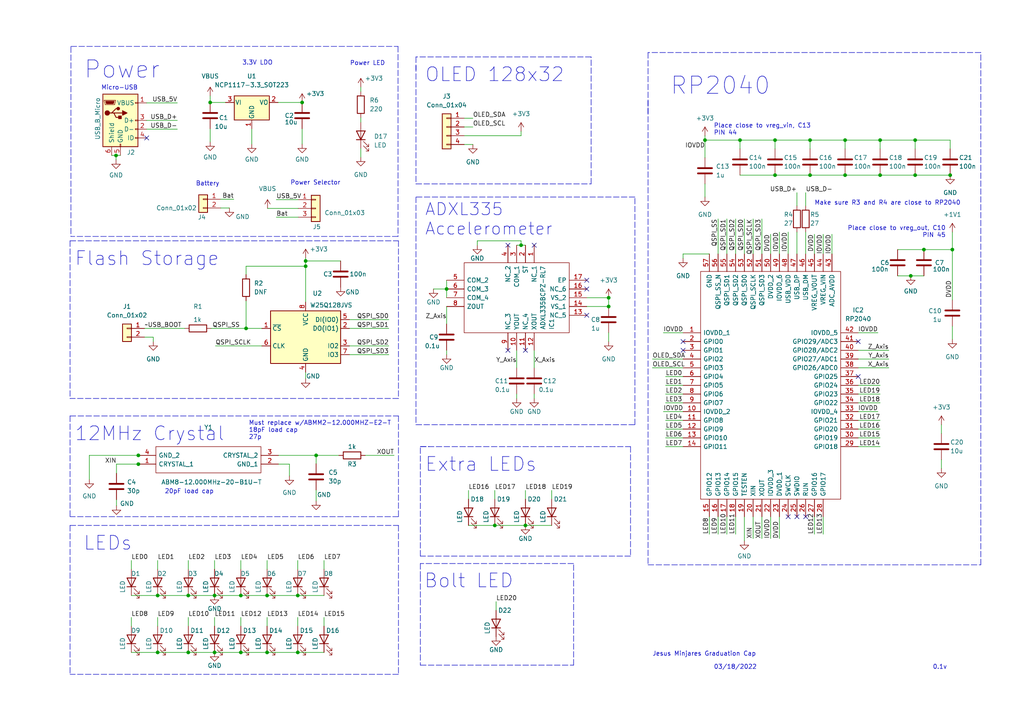
<source format=kicad_sch>
(kicad_sch (version 20211123) (generator eeschema)
  (paper "A4")
  (junction (at 88.646 77.216))
  (junction (at 275.59 50.8))
  (junction (at 151.13 71.12))
  (junction (at 71.374 95.25))
  (junction (at 255.27 40.64))
  (junction (at 60.96 29.718))
  (junction (at 276.225 72.39))
  (junction (at 77.47 172.72))
  (junction (at 69.85 189.23))
  (junction (at 265.43 50.8))
  (junction (at 45.72 172.72))
  (junction (at 224.79 50.8))
  (junction (at 245.11 50.8))
  (junction (at 62.23 172.72))
  (junction (at 33.655 45.085))
  (junction (at 176.53 88.9))
  (junction (at 143.51 152.4))
  (junction (at 234.95 40.64))
  (junction (at 264.16 80.01))
  (junction (at 245.11 40.64))
  (junction (at 152.4 152.4))
  (junction (at 86.36 189.23))
  (junction (at 77.47 189.23))
  (junction (at 87.63 29.718))
  (junction (at 40.132 132.08))
  (junction (at 214.63 40.64))
  (junction (at 176.53 86.36))
  (junction (at 265.43 40.64))
  (junction (at 62.23 189.23))
  (junction (at 204.47 40.64))
  (junction (at 267.97 72.39))
  (junction (at 86.36 172.72))
  (junction (at 234.95 50.8))
  (junction (at 54.61 172.72))
  (junction (at 255.27 50.8))
  (junction (at 91.694 132.08))
  (junction (at 69.85 172.72))
  (junction (at 88.646 75.692))
  (junction (at 45.72 189.23))
  (junction (at 129.54 83.82))
  (junction (at 224.79 40.64))
  (junction (at 54.61 189.23))
  (junction (at 40.132 134.62))
  (no_connect (at 198.12 101.6))
  (no_connect (at 198.12 99.06))
  (no_connect (at 233.68 149.86))
  (no_connect (at 228.6 149.86))
  (no_connect (at 231.14 149.86))
  (no_connect (at 248.92 99.06))
  (no_connect (at 170.18 91.44))
  (no_connect (at 170.18 83.82))
  (no_connect (at 154.94 71.12))
  (no_connect (at 147.32 71.12))
  (no_connect (at 170.18 81.28))
  (no_connect (at 152.4 101.6))
  (no_connect (at 147.32 101.6))
  (no_connect (at 248.92 109.22))
  (no_connect (at 42.545 40.005))
  (wire (pts (xy 248.92 116.84) (xy 255.27 116.84)))
  (wire (pts (xy 42.545 29.845) (xy 51.435 29.845)))
  (wire (pts (xy 204.47 39.37) (xy 204.47 40.64)))
  (polyline (pts (xy 187.96 15.24) (xy 187.96 33.02)))
  (wire (pts (xy 210.82 149.86) (xy 210.82 154.94)))
  (wire (pts (xy 77.47 179.07) (xy 77.47 181.61)))
  (polyline (pts (xy 166.37 192.913) (xy 166.37 163.449)))
  (wire (pts (xy 45.72 189.23) (xy 54.61 189.23)))
  (wire (pts (xy 33.655 45.085) (xy 33.655 46.355)))
  (wire (pts (xy 129.54 88.9) (xy 129.54 93.98)))
  (wire (pts (xy 276.225 67.31) (xy 276.225 72.39)))
  (wire (pts (xy 134.62 41.91) (xy 137.16 41.91)))
  (wire (pts (xy 80.772 134.62) (xy 83.947 134.62)))
  (wire (pts (xy 135.89 142.24) (xy 135.89 144.78)))
  (wire (pts (xy 176.53 86.36) (xy 176.53 88.9)))
  (wire (pts (xy 64.008 60.325) (xy 66.548 60.325)))
  (wire (pts (xy 101.346 95.25) (xy 112.776 95.25)))
  (wire (pts (xy 215.9 149.86) (xy 215.9 156.845)))
  (wire (pts (xy 54.61 172.72) (xy 62.23 172.72)))
  (wire (pts (xy 143.51 152.4) (xy 152.4 152.4)))
  (wire (pts (xy 38.1 179.07) (xy 38.1 181.61)))
  (wire (pts (xy 223.52 67.945) (xy 223.52 73.66)))
  (wire (pts (xy 149.86 71.12) (xy 151.13 71.12)))
  (wire (pts (xy 236.22 67.945) (xy 236.22 73.66)))
  (wire (pts (xy 248.92 96.52) (xy 254.635 96.52)))
  (wire (pts (xy 154.94 101.6) (xy 154.94 106.68)))
  (polyline (pts (xy 120.65 66.04) (xy 120.65 123.19)))
  (wire (pts (xy 91.694 145.288) (xy 91.694 142.113)))
  (wire (pts (xy 233.68 55.88) (xy 233.68 59.69)))
  (polyline (pts (xy 121.92 167.005) (xy 121.92 192.913)))
  (wire (pts (xy 80.137 57.912) (xy 86.487 57.912)))
  (polyline (pts (xy 115.57 152.4) (xy 115.57 195.58)))
  (wire (pts (xy 189.23 106.68) (xy 198.12 106.68)))
  (wire (pts (xy 205.74 149.86) (xy 205.74 154.94)))
  (wire (pts (xy 104.648 43.053) (xy 104.648 45.593)))
  (wire (pts (xy 104.648 25.273) (xy 104.648 26.543)))
  (wire (pts (xy 60.96 29.718) (xy 65.405 29.718)))
  (wire (pts (xy 134.62 36.83) (xy 137.16 36.83)))
  (polyline (pts (xy 20.32 120.65) (xy 20.32 149.86)))
  (wire (pts (xy 88.646 75.692) (xy 88.646 77.216)))
  (wire (pts (xy 245.11 50.8) (xy 255.27 50.8)))
  (wire (pts (xy 265.43 40.64) (xy 265.43 43.18)))
  (wire (pts (xy 62.484 100.33) (xy 75.946 100.33)))
  (polyline (pts (xy 115.57 120.65) (xy 115.57 149.86)))
  (wire (pts (xy 80.772 132.08) (xy 91.694 132.08)))
  (wire (pts (xy 143.891 174.498) (xy 143.891 177.038)))
  (wire (pts (xy 224.79 40.64) (xy 224.79 43.18)))
  (wire (pts (xy 83.947 134.62) (xy 83.947 138.049)))
  (polyline (pts (xy 115.57 115.57) (xy 20.32 115.57)))
  (wire (pts (xy 40.132 134.62) (xy 40.386 134.62)))
  (polyline (pts (xy 187.96 29.21) (xy 187.96 163.83)))
  (wire (pts (xy 234.95 50.8) (xy 245.11 50.8)))
  (wire (pts (xy 245.11 40.64) (xy 245.11 43.18)))
  (wire (pts (xy 42.545 34.925) (xy 51.435 34.925)))
  (wire (pts (xy 215.9 63.5) (xy 215.9 73.66)))
  (wire (pts (xy 260.35 80.01) (xy 264.16 80.01)))
  (wire (pts (xy 224.79 50.8) (xy 234.95 50.8)))
  (wire (pts (xy 193.04 127) (xy 198.12 127)))
  (wire (pts (xy 255.27 50.8) (xy 265.43 50.8)))
  (wire (pts (xy 193.04 114.3) (xy 198.12 114.3)))
  (wire (pts (xy 88.646 77.216) (xy 88.646 87.63)))
  (wire (pts (xy 25.908 132.08) (xy 25.908 139.065)))
  (wire (pts (xy 248.92 114.3) (xy 255.27 114.3)))
  (wire (pts (xy 193.04 121.92) (xy 198.12 121.92)))
  (wire (pts (xy 60.96 37.338) (xy 60.96 41.148)))
  (wire (pts (xy 214.63 43.18) (xy 214.63 40.64)))
  (wire (pts (xy 275.59 40.64) (xy 275.59 43.18)))
  (wire (pts (xy 38.1 172.72) (xy 45.72 172.72)))
  (wire (pts (xy 41.91 95.25) (xy 53.594 95.25)))
  (wire (pts (xy 213.36 63.5) (xy 213.36 73.66)))
  (wire (pts (xy 193.04 109.22) (xy 198.12 109.22)))
  (wire (pts (xy 105.918 132.08) (xy 114.3 132.08)))
  (wire (pts (xy 73.025 37.338) (xy 73.025 41.783)))
  (wire (pts (xy 40.132 132.08) (xy 40.386 132.08)))
  (wire (pts (xy 248.92 104.14) (xy 257.81 104.14)))
  (wire (pts (xy 236.22 149.86) (xy 236.22 154.94)))
  (wire (pts (xy 42.545 37.465) (xy 51.435 37.465)))
  (wire (pts (xy 204.47 40.64) (xy 214.63 40.64)))
  (wire (pts (xy 220.98 149.86) (xy 220.98 156.21)))
  (wire (pts (xy 248.92 111.76) (xy 255.27 111.76)))
  (wire (pts (xy 86.36 162.56) (xy 86.36 165.1)))
  (wire (pts (xy 218.44 63.5) (xy 218.44 73.66)))
  (wire (pts (xy 88.646 74.803) (xy 88.646 75.692)))
  (polyline (pts (xy 120.65 16.51) (xy 120.65 20.32)))
  (polyline (pts (xy 171.45 16.51) (xy 120.65 16.51)))
  (wire (pts (xy 218.44 149.86) (xy 218.44 156.21)))
  (wire (pts (xy 154.94 114.3) (xy 154.94 115.57)))
  (wire (pts (xy 265.43 40.64) (xy 275.59 40.64)))
  (wire (pts (xy 25.908 132.08) (xy 40.132 132.08)))
  (wire (pts (xy 44.45 99.06) (xy 44.45 97.79)))
  (polyline (pts (xy 187.96 163.83) (xy 284.48 163.83)))
  (wire (pts (xy 231.14 55.88) (xy 231.14 59.69)))
  (polyline (pts (xy 121.92 163.449) (xy 121.92 167.005)))
  (polyline (pts (xy 115.443 68.58) (xy 20.574 68.58)))
  (wire (pts (xy 160.02 142.24) (xy 160.02 144.78)))
  (polyline (pts (xy 20.32 69.85) (xy 20.32 115.57)))
  (polyline (pts (xy 115.57 69.85) (xy 115.57 115.57)))
  (wire (pts (xy 228.6 73.66) (xy 228.6 67.31)))
  (wire (pts (xy 69.85 162.56) (xy 69.85 165.1)))
  (wire (pts (xy 276.225 72.39) (xy 276.225 86.995)))
  (wire (pts (xy 62.23 172.72) (xy 69.85 172.72)))
  (wire (pts (xy 33.782 137.287) (xy 33.782 134.62)))
  (polyline (pts (xy 20.32 69.85) (xy 115.57 69.85)))
  (wire (pts (xy 45.72 172.72) (xy 54.61 172.72)))
  (wire (pts (xy 54.61 162.56) (xy 54.61 165.1)))
  (polyline (pts (xy 120.65 19.05) (xy 120.65 53.34)))
  (wire (pts (xy 192.405 119.38) (xy 198.12 119.38)))
  (wire (pts (xy 38.1 189.23) (xy 45.72 189.23)))
  (wire (pts (xy 152.4 152.4) (xy 160.02 152.4)))
  (wire (pts (xy 69.85 179.07) (xy 69.85 181.61)))
  (wire (pts (xy 45.72 179.07) (xy 45.72 181.61)))
  (wire (pts (xy 62.23 162.56) (xy 62.23 165.1)))
  (wire (pts (xy 33.782 146.685) (xy 33.782 144.907)))
  (polyline (pts (xy 121.92 192.913) (xy 166.37 192.913)))
  (wire (pts (xy 134.62 39.37) (xy 151.13 39.37)))
  (wire (pts (xy 86.36 189.23) (xy 93.98 189.23)))
  (wire (pts (xy 135.89 152.4) (xy 143.51 152.4)))
  (polyline (pts (xy 115.57 195.58) (xy 20.32 195.58)))
  (wire (pts (xy 273.05 123.19) (xy 273.05 125.73)))
  (wire (pts (xy 69.85 172.72) (xy 77.47 172.72)))
  (wire (pts (xy 151.13 71.12) (xy 152.4 71.12)))
  (wire (pts (xy 248.92 127) (xy 255.27 127)))
  (wire (pts (xy 149.86 114.3) (xy 149.86 115.57)))
  (wire (pts (xy 151.13 69.85) (xy 151.13 71.12)))
  (polyline (pts (xy 184.15 57.15) (xy 120.65 57.15)))
  (wire (pts (xy 264.16 80.01) (xy 267.97 80.01)))
  (polyline (pts (xy 284.48 163.83) (xy 284.48 15.24)))
  (wire (pts (xy 226.06 67.31) (xy 226.06 73.66)))
  (wire (pts (xy 88.646 77.216) (xy 71.374 77.216)))
  (wire (pts (xy 91.694 132.08) (xy 98.298 132.08)))
  (wire (pts (xy 208.28 149.86) (xy 208.28 154.94)))
  (polyline (pts (xy 20.32 152.4) (xy 20.32 195.58)))
  (wire (pts (xy 193.04 111.76) (xy 198.12 111.76)))
  (wire (pts (xy 192.405 96.52) (xy 198.12 96.52)))
  (wire (pts (xy 151.13 39.37) (xy 151.13 38.1)))
  (wire (pts (xy 91.694 132.08) (xy 91.694 134.493)))
  (wire (pts (xy 276.225 94.615) (xy 276.225 98.425)))
  (polyline (pts (xy 121.92 161.29) (xy 121.92 129.54)))
  (wire (pts (xy 93.98 162.56) (xy 93.98 165.1)))
  (wire (pts (xy 71.374 95.25) (xy 75.946 95.25)))
  (wire (pts (xy 248.92 121.92) (xy 255.27 121.92)))
  (wire (pts (xy 210.82 63.5) (xy 210.82 73.66)))
  (wire (pts (xy 176.53 88.9) (xy 170.18 88.9)))
  (wire (pts (xy 238.76 149.86) (xy 238.76 154.94)))
  (wire (pts (xy 101.346 102.87) (xy 112.776 102.87)))
  (wire (pts (xy 86.36 172.72) (xy 93.98 172.72)))
  (wire (pts (xy 62.23 179.07) (xy 62.23 181.61)))
  (polyline (pts (xy 182.88 161.29) (xy 121.92 161.29)))
  (wire (pts (xy 101.346 100.33) (xy 112.776 100.33)))
  (polyline (pts (xy 184.15 123.19) (xy 184.15 57.15)))
  (wire (pts (xy 193.04 116.84) (xy 198.12 116.84)))
  (wire (pts (xy 220.98 63.5) (xy 220.98 73.66)))
  (polyline (pts (xy 182.88 129.54) (xy 182.88 161.29)))
  (wire (pts (xy 32.385 45.085) (xy 33.655 45.085)))
  (wire (pts (xy 226.06 149.86) (xy 226.06 156.21)))
  (wire (pts (xy 71.374 87.249) (xy 71.374 95.25)))
  (polyline (pts (xy 20.574 13.589) (xy 20.574 68.58)))
  (wire (pts (xy 245.11 40.64) (xy 255.27 40.64)))
  (wire (pts (xy 248.92 101.6) (xy 257.81 101.6)))
  (polyline (pts (xy 284.48 15.24) (xy 187.96 15.24)))
  (wire (pts (xy 88.646 107.95) (xy 88.646 109.855)))
  (wire (pts (xy 54.61 189.23) (xy 62.23 189.23)))
  (wire (pts (xy 98.806 75.692) (xy 88.646 75.692)))
  (wire (pts (xy 193.04 124.46) (xy 198.12 124.46)))
  (wire (pts (xy 238.76 73.66) (xy 238.76 67.945)))
  (wire (pts (xy 129.54 83.82) (xy 129.54 86.36)))
  (wire (pts (xy 138.43 71.12) (xy 138.43 69.85)))
  (wire (pts (xy 77.47 189.23) (xy 86.36 189.23)))
  (polyline (pts (xy 120.65 57.15) (xy 120.65 66.04)))
  (wire (pts (xy 80.137 62.992) (xy 86.487 62.992)))
  (wire (pts (xy 214.63 40.64) (xy 224.79 40.64)))
  (wire (pts (xy 93.98 179.07) (xy 93.98 181.61)))
  (wire (pts (xy 223.52 149.86) (xy 223.52 156.21)))
  (wire (pts (xy 87.63 37.338) (xy 87.63 41.783)))
  (polyline (pts (xy 121.92 129.54) (xy 182.88 129.54)))
  (wire (pts (xy 214.63 50.8) (xy 224.79 50.8)))
  (wire (pts (xy 54.61 179.07) (xy 54.61 181.61)))
  (wire (pts (xy 233.68 67.31) (xy 233.68 73.66)))
  (wire (pts (xy 273.05 133.35) (xy 273.05 135.89)))
  (wire (pts (xy 60.96 27.813) (xy 60.96 29.718)))
  (wire (pts (xy 248.92 124.46) (xy 255.27 124.46)))
  (polyline (pts (xy 115.443 13.462) (xy 115.443 68.58)))
  (wire (pts (xy 44.45 97.79) (xy 41.91 97.79)))
  (polyline (pts (xy 120.65 123.19) (xy 184.15 123.19)))
  (polyline (pts (xy 20.32 120.65) (xy 115.57 120.65)))
  (wire (pts (xy 125.73 83.82) (xy 129.54 83.82)))
  (wire (pts (xy 193.04 129.54) (xy 198.12 129.54)))
  (wire (pts (xy 265.43 50.8) (xy 275.59 50.8)))
  (polyline (pts (xy 166.37 163.449) (xy 121.92 163.449)))
  (wire (pts (xy 80.645 29.718) (xy 87.63 29.718)))
  (wire (pts (xy 77.47 162.56) (xy 77.47 165.1)))
  (wire (pts (xy 224.79 40.64) (xy 234.95 40.64)))
  (wire (pts (xy 64.008 57.785) (xy 67.818 57.785)))
  (polyline (pts (xy 121.92 129.54) (xy 124.46 129.54)))
  (wire (pts (xy 129.54 101.6) (xy 129.54 102.87)))
  (wire (pts (xy 248.92 106.68) (xy 257.81 106.68)))
  (wire (pts (xy 208.28 63.5) (xy 208.28 73.66)))
  (wire (pts (xy 198.12 73.66) (xy 205.74 73.66)))
  (polyline (pts (xy 20.32 152.4) (xy 115.57 152.4)))
  (wire (pts (xy 69.85 189.23) (xy 77.47 189.23)))
  (wire (pts (xy 77.47 172.72) (xy 86.36 172.72)))
  (wire (pts (xy 45.72 162.56) (xy 45.72 165.1)))
  (wire (pts (xy 134.62 34.29) (xy 137.16 34.29)))
  (wire (pts (xy 71.374 79.629) (xy 71.374 77.216)))
  (wire (pts (xy 104.648 34.163) (xy 104.648 35.433)))
  (wire (pts (xy 152.4 142.24) (xy 152.4 144.78)))
  (wire (pts (xy 267.97 72.39) (xy 276.225 72.39)))
  (wire (pts (xy 248.92 129.54) (xy 255.27 129.54)))
  (polyline (pts (xy 115.57 149.86) (xy 20.32 149.86)))
  (wire (pts (xy 204.47 53.34) (xy 204.47 57.15)))
  (polyline (pts (xy 120.65 53.34) (xy 171.45 53.34)))
  (wire (pts (xy 61.214 95.25) (xy 71.374 95.25)))
  (wire (pts (xy 138.43 69.85) (xy 151.13 69.85)))
  (wire (pts (xy 213.36 149.86) (xy 213.36 154.94)))
  (wire (pts (xy 234.95 40.64) (xy 245.11 40.64)))
  (wire (pts (xy 38.1 162.56) (xy 38.1 165.1)))
  (polyline (pts (xy 171.45 53.34) (xy 171.45 16.51)))
  (wire (pts (xy 176.53 96.52) (xy 176.53 99.06)))
  (polyline (pts (xy 20.574 13.462) (xy 115.443 13.462)))
  (wire (pts (xy 170.18 86.36) (xy 176.53 86.36)))
  (wire (pts (xy 149.86 101.6) (xy 149.86 106.68)))
  (wire (pts (xy 254.635 119.38) (xy 248.92 119.38)))
  (wire (pts (xy 260.35 72.39) (xy 267.97 72.39)))
  (wire (pts (xy 62.23 189.23) (xy 69.85 189.23)))
  (wire (pts (xy 101.346 92.71) (xy 112.776 92.71)))
  (wire (pts (xy 143.51 142.24) (xy 143.51 144.78)))
  (wire (pts (xy 129.54 81.28) (xy 129.54 83.82)))
  (wire (pts (xy 33.782 134.62) (xy 40.132 134.62)))
  (wire (pts (xy 231.14 67.31) (xy 231.14 73.66)))
  (wire (pts (xy 189.23 104.14) (xy 198.12 104.14)))
  (wire (pts (xy 241.3 67.945) (xy 241.3 73.66)))
  (wire (pts (xy 234.95 40.64) (xy 234.95 43.18)))
  (wire (pts (xy 33.655 45.085) (xy 34.925 45.085)))
  (wire (pts (xy 86.36 179.07) (xy 86.36 181.61)))
  (wire (pts (xy 255.27 40.64) (xy 265.43 40.64)))
  (wire (pts (xy 204.47 40.64) (xy 204.47 45.72)))
  (wire (pts (xy 255.27 40.64) (xy 255.27 43.18)))
  (wire (pts (xy 198.12 73.66) (xy 198.12 74.93)))
  (wire (pts (xy 77.597 60.452) (xy 86.487 60.452)))
  (text "Place close to vreg_vin, C13\nPIN 44\n" (at 207.01 39.37 0) (effects (font (size 1.27 1.27)) (justify left bottom)))
  (text "Micro-USB" (at 29.337 26.289 0) (effects (font (size 1.27 1.27)) (justify left bottom)))
  (text "Power " (at 24.257 23.241 0) (effects (font (size 5 5)) (justify left bottom)))
  (text "03/18/2022\n" (at 207.01 194.31 0) (effects (font (size 1.27 1.27)) (justify left bottom)))
  (text "Must replace w/ABMM2-12.000MHZ-E2-T\n18pF load cap\n27p" (at 72.136 127.635 0) (effects (font (size 1.27 1.27)) (justify left bottom)))
  (text "Jesus Minjares Graduation Cap\n" (at 189.23 190.5 0) (effects (font (size 1.27 1.27)) (justify left bottom)))
  (text "RP2040" (at 194.31 27.94 0) (effects (font (size 5 5)) (justify left bottom)))
  (text "3.3V LDO" (at 70.231 19.05 0) (effects (font (size 1.27 1.27)) (justify left bottom)))
  (text "Power Selector" (at 84.201 53.848 0) (effects (font (size 1.27 1.27)) (justify left bottom)))
  (text "20pF load cap\n" (at 47.752 143.383 0) (effects (font (size 1.27 1.27)) (justify left bottom)))
  (text "ADXL335\nAccelerometer" (at 123.19 68.58 0) (effects (font (size 3.5 3.5)) (justify left bottom)))
  (text "0.1v\n" (at 270.51 194.31 0) (effects (font (size 1.27 1.27)) (justify left bottom)))
  (text "OLED 128x32\n" (at 123.19 24.13 0) (effects (font (size 4 4)) (justify left bottom)))
  (text "Extra LEDs" (at 123.19 137.16 0) (effects (font (size 4 4)) (justify left bottom)))
  (text "Place close to vreg_out, C10\nPIN 45\n\n" (at 274.32 71.12 180) (effects (font (size 1.27 1.27)) (justify right bottom)))
  (text "Make sure R3 and R4 are close to RP2040\n" (at 236.22 59.69 0) (effects (font (size 1.27 1.27)) (justify left bottom)))
  (text "Bolt LED" (at 122.936 170.942 0) (effects (font (size 4 4)) (justify left bottom)))
  (text "Flash Storage" (at 21.59 77.47 0) (effects (font (size 4 4)) (justify left bottom)))
  (text "LEDs " (at 24.13 160.02 0) (effects (font (size 4 4)) (justify left bottom)))
  (text "Battery" (at 56.769 54.102 0) (effects (font (size 1.27 1.27)) (justify left bottom)))
  (text "Power LED" (at 101.473 19.177 0) (effects (font (size 1.27 1.27)) (justify left bottom)))
  (text "12MHz Crystal" (at 21.59 128.27 0) (effects (font (size 4 4)) (justify left bottom)))
  (label "Bat" (at 67.818 57.785 180))
  (label "LED7" (at 193.04 129.54 0))
  (label "IOVDD" (at 192.405 96.52 0))
  (label "LED4" (at 69.85 162.56 0))
  (label "QSPI_SS" (at 69.596 95.25 180))
  (label "Z_Axis" (at 257.81 101.6 180))
  (label "IOVDD" (at 254.635 96.52 180))
  (label "LED0" (at 38.1 162.56 0))
  (label "LED0" (at 193.04 109.22 0))
  (label "Y_Axis" (at 149.86 105.41 180))
  (label "USB_D+" (at 231.14 55.88 180))
  (label "LED14" (at 255.27 129.54 180))
  (label "LED18" (at 255.27 116.84 180))
  (label "OLED_SCL" (at 189.23 106.68 0))
  (label "OLED_SCL" (at 137.16 36.83 0))
  (label "QSPI_SD2" (at 112.776 100.33 180))
  (label "LED17" (at 255.27 121.92 180))
  (label "LED1" (at 193.04 111.76 0))
  (label "USB_D-" (at 51.435 37.465 180))
  (label "QSPI_SD2" (at 213.36 63.5 270))
  (label "LED13" (at 77.47 179.07 0))
  (label "DVDD" (at 226.06 156.21 90))
  (label "LED8" (at 205.74 154.94 90))
  (label "DVDD" (at 276.225 81.28 270))
  (label "DVDD" (at 236.22 67.945 270))
  (label "Y_Axis" (at 257.81 104.14 180))
  (label "LED1" (at 45.72 162.56 0))
  (label "LED4" (at 193.04 121.92 0))
  (label "IOVDD" (at 241.3 67.945 270))
  (label "IOVDD" (at 192.405 119.38 0))
  (label "LED9" (at 45.72 179.07 0))
  (label "LED19" (at 160.02 142.24 0))
  (label "QSPI_SD3" (at 220.98 63.5 270))
  (label "IOVDD" (at 254.635 119.38 180))
  (label "USB_D+" (at 51.435 34.925 180))
  (label "LED17" (at 143.51 142.24 0))
  (label "LED3" (at 62.23 162.56 0))
  (label "LED12" (at 69.85 179.07 0))
  (label "QSPI_SD0" (at 112.776 92.71 180))
  (label "LED6" (at 193.04 127 0))
  (label "QSPI_SCLK" (at 62.484 100.33 0))
  (label "LED6" (at 86.36 162.56 0))
  (label "USB_5V" (at 51.435 29.845 180))
  (label "LED12" (at 236.22 154.94 90))
  (label "LED15" (at 93.98 179.07 0))
  (label "LED18" (at 152.4 142.24 0))
  (label "OLED_SDA" (at 137.16 34.29 0))
  (label "XIN" (at 218.44 156.21 90))
  (label "LED19" (at 255.27 114.3 180))
  (label "LED9" (at 208.28 154.94 90))
  (label "QSPI_SS" (at 208.28 63.5 270))
  (label "QSPI_SD3" (at 112.776 102.87 180))
  (label "LED14" (at 86.36 179.07 0))
  (label "LED10" (at 210.82 154.94 90))
  (label "XIN" (at 33.782 134.62 180))
  (label "~USB_BOOT" (at 41.91 95.25 0))
  (label "USB_D-" (at 233.68 55.88 0))
  (label "LED15" (at 255.27 127 180))
  (label "XOUT" (at 220.98 156.21 90))
  (label "LED20" (at 143.891 174.498 0))
  (label "X_Axis" (at 257.81 106.68 180))
  (label "LED2" (at 54.61 162.56 0))
  (label "USB_5V" (at 80.137 57.912 0))
  (label "LED13" (at 238.76 154.94 90))
  (label "QSPI_SD1" (at 112.776 95.25 180))
  (label "LED3" (at 193.04 116.84 0))
  (label "QSPI_SD1" (at 210.82 63.5 270))
  (label "Bat" (at 80.137 62.992 0))
  (label "LED11" (at 62.23 179.07 0))
  (label "XOUT" (at 114.3 132.08 180))
  (label "IOVDD" (at 238.76 67.945 270))
  (label "OLED_SDA" (at 189.23 104.14 0))
  (label "LED10" (at 54.61 179.07 0))
  (label "QSPI_SD0" (at 215.9 63.5 270))
  (label "Z_Axis" (at 129.54 92.71 180))
  (label "LED2" (at 193.04 114.3 0))
  (label "LED20" (at 255.27 111.76 180))
  (label "IOVDD" (at 228.6 67.31 270))
  (label "LED5" (at 193.04 124.46 0))
  (label "LED5" (at 77.47 162.56 0))
  (label "LED16" (at 255.27 124.46 180))
  (label "LED11" (at 213.36 154.94 90))
  (label "LED8" (at 38.1 179.07 0))
  (label "LED16" (at 135.89 142.24 0))
  (label "QSPI_SCLK" (at 218.44 63.5 270))
  (label "IOVDD" (at 204.47 43.18 180))
  (label "LED7" (at 93.98 162.56 0))
  (label "X_Axis" (at 154.94 105.41 0))
  (label "DVDD" (at 223.52 67.945 270))
  (label "IOVDD" (at 226.06 67.31 270))
  (label "IOVDD" (at 223.52 156.21 90))
  (symbol (lib_id "Device:LED") (at 143.891 180.848 90) (unit 1)
    (property "Reference" "D22" (at 146.431 177.038 90))
    (property "Value" "LED" (at 141.351 182.118 0))
    (property "Footprint" "LED_SMD:LED_0402_1005Metric" (effects hide))
  )
  (symbol (lib_id "Device:LED") (at 69.85 168.91 90) (unit 1)
    (property "Reference" "D5" (at 71.12 166.37 90))
    (property "Value" "LED" (at 67.31 170.18 0))
    (property "Footprint" "LED_SMD:LED_0805_2012Metric" (effects hide))
  )
  (symbol (lib_id "Device:R") (at 102.108 132.08 270) (unit 1)
    (property "Reference" "R3" (at 102.108 134.62 90))
    (property "Value" "1k" (at 102.108 129.54 90))
    (property "Footprint" "Resistor_SMD:R_0402_1005Metric" (effects hide))
  )
  (symbol (lib_id "power:GND") (at 176.53 99.06 0) (unit 1)
    (property "Reference" "#PWR024" (effects hide))
    (property "Value" "GND" (at 176.53 104.14 0))
  )
  (symbol (lib_id "power:+3.3V") (at 151.13 38.1 0) (unit 1)
    (property "Reference" "#PWR035" (effects hide))
    (property "Value" "+3.3V" (at 151.13 33.02 0))
  )
  (symbol (lib_id "Device:LED") (at 152.4 148.59 90) (unit 1)
    (property "Reference" "D20" (at 154.94 144.78 90))
    (property "Value" "LED" (at 149.86 149.86 0))
    (property "Footprint" "LED_SMD:LED_0805_2012Metric" (effects hide))
  )
  (symbol (lib_id "Device:LED") (at 54.61 168.91 90) (unit 1)
    (property "Reference" "D3" (at 55.88 166.37 90))
    (property "Value" "LED" (at 52.07 170.18 0))
    (property "Footprint" "LED_SMD:LED_0805_2012Metric" (effects hide))
  )
  (symbol (lib_id "ADXL335:ADXL335BCPZ-RL7") (at 154.94 71.12 270) (unit 1)
    (property "Reference" "IC1" (at 160.02 93.98 0))
    (property "Value" "ADXL335BCPZ-RL7" (at 157.48 86.36 0))
    (property "Footprint" "ADXL335:QFN65P400X400X150-17N-D" (effects hide))
    (property "Datasheet" "https://www.arrow.com/en/products/adxl335bcpz-rl7/analog-devices" (effects hide))
    (property "Description" "Accelerometer IC" (effects hide))
    (property "Height" "1.5" (effects hide))
    (property "Manufacturer_Name" "Analog Devices" (effects hide))
    (property "Manufacturer_Part_Number" "ADXL335BCPZ-RL7" (effects hide))
    (property "Mouser Part Number" "584-ADXL335BCPZ-R7" (effects hide))
    (property "Mouser Price/Stock" "https://www.mouser.co.uk/ProductDetail/Analog-Devices/ADXL335BCPZ-RL7?qs=WIvQP4zGanj2rOGcLzemAQ%3D%3D" (effects hide))
    (property "Arrow Part Number" "ADXL335BCPZ-RL7" (effects hide))
    (property "Arrow Price/Stock" "https://www.arrow.com/en/products/adxl335bcpz-rl7/analog-devices?region=nac" (effects hide))
  )
  (symbol (lib_id "Device:C") (at 267.97 76.2 0) (unit 1)
    (property "Reference" "C7" (at 271.145 76.2 0) (effects (justify left)))
    (property "Value" "100n" (at 270.51 78.105 0) (effects (justify left)))
    (property "Footprint" "Capacitor_SMD:C_0402_1005Metric" (effects hide))
  )
  (symbol (lib_id "Device:C") (at 255.27 46.99 0) (unit 1)
    (property "Reference" "C18" (at 257.81 45.72 0) (effects (justify left)))
    (property "Value" "100n" (at 257.81 48.26 0) (effects (justify left)))
    (property "Footprint" "Capacitor_SMD:C_0402_1005Metric" (effects hide))
  )
  (symbol (lib_id "power:GND") (at 83.947 138.049 0) (unit 1)
    (property "Reference" "#PWR014" (effects hide))
    (property "Value" "GND" (at 83.947 142.875 0))
  )
  (symbol (lib_id "Device:LED") (at 54.61 185.42 90) (unit 1)
    (property "Reference" "D11" (at 57.15 182.88 90))
    (property "Value" "LED" (at 52.07 186.69 0))
    (property "Footprint" "LED_SMD:LED_0805_2012Metric" (effects hide))
  )
  (symbol (lib_id "power:+3.3V") (at 104.648 25.273 0) (unit 1)
    (property "Reference" "#PWR036" (effects hide))
    (property "Value" "+3.3V" (at 108.458 22.733 0))
  )
  (symbol (lib_id "Device:LED") (at 69.85 185.42 90) (unit 1)
    (property "Reference" "D13" (at 72.39 182.88 90))
    (property "Value" "LED" (at 67.31 186.69 0))
    (property "Footprint" "LED_SMD:LED_0805_2012Metric" (effects hide))
  )
  (symbol (lib_id "Device:C") (at 214.63 46.99 0) (unit 1)
    (property "Reference" "C14" (at 217.17 45.72 0) (effects (justify left)))
    (property "Value" "100n" (at 217.17 48.26 0) (effects (justify left)))
    (property "Footprint" "Capacitor_SMD:C_0402_1005Metric" (effects hide))
  )
  (symbol (lib_id "power:GND") (at 264.16 80.01 0) (unit 1)
    (property "Reference" "#PWR019" (effects hide))
    (property "Value" "GND" (at 264.16 84.455 0))
  )
  (symbol (lib_id "Device:LED") (at 77.47 185.42 90) (unit 1)
    (property "Reference" "D14" (at 80.01 182.88 90))
    (property "Value" "LED" (at 74.93 186.69 0))
    (property "Footprint" "LED_SMD:LED_0805_2012Metric" (effects hide))
  )
  (symbol (lib_id "Device:R") (at 71.374 83.439 0) (unit 1)
    (property "Reference" "R2" (at 73.66 82.1689 0) (effects (justify left)))
    (property "Value" "DNF" (at 73.66 84.7089 0) (effects (justify left)))
    (property "Footprint" "Resistor_SMD:R_0402_1005Metric" (effects hide))
  )
  (symbol (lib_id "Device:C") (at 87.63 33.528 0) (unit 1)
    (property "Reference" "C2" (at 82.55 33.528 0) (effects (justify left)))
    (property "Value" "10u" (at 82.55 35.433 0) (effects (justify left)))
    (property "Footprint" "Capacitor_SMD:C_0603_1608Metric" (effects hide))
  )
  (symbol (lib_id "Device:C") (at 154.94 110.49 180) (unit 1)
    (property "Reference" "C12" (at 157.48 110.49 0) (effects (justify right)))
    (property "Value" "0.1u" (at 156.21 113.03 0) (effects (justify right)))
    (property "Footprint" "Capacitor_SMD:C_0402_1005Metric" (effects hide))
  )
  (symbol (lib_id "power:+3.3V") (at 87.63 29.718 0) (unit 1)
    (property "Reference" "#PWR012" (effects hide))
    (property "Value" "+3.3V" (at 91.44 27.178 0))
  )
  (symbol (lib_id "power:+3.3V") (at 176.53 86.36 0) (unit 1)
    (property "Reference" "#PWR020" (effects hide))
    (property "Value" "+3.3V" (at 176.53 81.28 0))
  )
  (symbol (lib_id "power:+3.3V") (at 273.05 123.19 0) (unit 1)
    (property "Reference" "#PWR031" (effects hide))
    (property "Value" "+3.3V" (at 273.05 118.11 0))
  )
  (symbol (lib_id "power:GND") (at 276.225 98.425 0) (unit 1)
    (property "Reference" "#PWR023" (effects hide))
    (property "Value" "GND" (at 276.225 103.505 0))
  )
  (symbol (lib_id "Device:LED") (at 38.1 185.42 90) (unit 1)
    (property "Reference" "D9" (at 39.37 182.88 90))
    (property "Value" "LED" (at 35.56 186.69 0))
    (property "Footprint" "LED_SMD:LED_0805_2012Metric" (effects hide))
  )
  (symbol (lib_id "RasperryPi Pico:RP2040") (at 198.12 96.52 0) (unit 1)
    (property "Reference" "IC2" (at 248.92 89.9412 0))
    (property "Value" "RP2040" (at 248.92 92.4812 0))
    (property "Footprint" "RP2040 Pico:QFN40P700X700X90-57N-D" (effects hide))
    (property "Datasheet" "https://datasheets.raspberrypi.org/rp2040/rp2040-datasheet.pdf" (effects hide))
    (property "Description" "Microcontroller in QFN Package" (effects hide))
    (property "Height" "0.9" (effects hide))
    (property "Manufacturer_Name" "RASPBERRY-PI" (effects hide))
    (property "Manufacturer_Part_Number" "RP2040" (effects hide))
  )
  (symbol (lib_id "Device:R") (at 57.404 95.25 90) (unit 1)
    (property "Reference" "R1" (at 57.404 88.9 90))
    (property "Value" "1k" (at 57.277 92.71 90))
    (property "Footprint" "Resistor_SMD:R_0402_1005Metric" (effects hide))
  )
  (symbol (lib_id "Device:C") (at 204.47 49.53 0) (unit 1)
    (property "Reference" "C13" (at 207.645 48.2599 0) (effects (justify left)))
    (property "Value" "1u" (at 207.645 50.7999 0) (effects (justify left)))
    (property "Footprint" "Capacitor_SMD:C_0402_1005Metric" (effects hide))
  )
  (symbol (lib_id "power:GND") (at 33.655 46.355 0) (unit 1)
    (property "Reference" "#PWR02" (effects hide))
    (property "Value" "GND" (at 33.655 50.8 0))
  )
  (symbol (lib_id "Device:C") (at 276.225 90.805 0) (unit 1)
    (property "Reference" "C10" (at 269.24 90.17 0) (effects (justify left)))
    (property "Value" "1u" (at 270.51 92.71 0) (effects (justify left)))
    (property "Footprint" "Capacitor_SMD:C_0402_1005Metric" (effects hide))
  )
  (symbol (lib_id "power:VBUS") (at 60.96 27.813 0) (unit 1)
    (property "Reference" "#PWR05" (effects hide))
    (property "Value" "VBUS" (at 60.96 22.098 0))
  )
  (symbol (lib_id "Device:LED") (at 104.648 39.243 90) (unit 1)
    (property "Reference" "D17" (at 108.458 39.5604 90) (effects (justify right)))
    (property "Value" "LED" (at 108.458 42.1004 90) (effects (justify right)))
    (property "Footprint" "LED_SMD:LED_0805_2012Metric" (effects hide))
  )
  (symbol (lib_id "Device:C") (at 176.53 92.71 180) (unit 1)
    (property "Reference" "C8" (at 172.72 92.71 0))
    (property "Value" "1u" (at 172.72 95.25 0))
    (property "Footprint" "Capacitor_SMD:C_0603_1608Metric" (effects hide))
  )
  (symbol (lib_id "power:GND") (at 275.59 50.8 0) (unit 1)
    (property "Reference" "#PWR034" (effects hide))
    (property "Value" "GND" (at 275.59 55.88 0))
  )
  (symbol (lib_id "Device:R") (at 233.68 63.5 0) (unit 1)
    (property "Reference" "R5" (at 234.95 62.23 0) (effects (justify left)))
    (property "Value" "27" (at 234.95 64.77 0) (effects (justify left)))
    (property "Footprint" "Resistor_SMD:R_0201_0603Metric" (effects hide))
  )
  (symbol (lib_id "power:GND") (at 138.43 71.12 0) (unit 1)
    (property "Reference" "#PWR017" (effects hide))
    (property "Value" "GND" (at 138.43 74.93 0))
  )
  (symbol (lib_id "power:GND") (at 149.86 115.57 0) (unit 1)
    (property "Reference" "#PWR025" (effects hide))
    (property "Value" "GND" (at 149.86 119.38 0))
  )
  (symbol (lib_id "Device:C") (at 275.59 46.99 0) (unit 1)
    (property "Reference" "C21" (at 278.13 45.72 0) (effects (justify left)))
    (property "Value" "100n" (at 278.13 48.26 0) (effects (justify left)))
    (property "Footprint" "Capacitor_SMD:C_0402_1005Metric" (effects hide))
  )
  (symbol (lib_id "Device:C") (at 245.11 46.99 0) (unit 1)
    (property "Reference" "C17" (at 247.65 45.72 0) (effects (justify left)))
    (property "Value" "100n" (at 247.65 48.26 0) (effects (justify left)))
    (property "Footprint" "Capacitor_SMD:C_0402_1005Metric" (effects hide))
  )
  (symbol (lib_id "Device:LED") (at 45.72 168.91 90) (unit 1)
    (property "Reference" "D2" (at 46.99 166.37 90))
    (property "Value" "LED" (at 43.18 170.18 0))
    (property "Footprint" "LED_SMD:LED_0805_2012Metric" (effects hide))
  )
  (symbol (lib_id "Device:LED") (at 62.23 168.91 90) (unit 1)
    (property "Reference" "D4" (at 63.5 166.37 90))
    (property "Value" "LED" (at 59.69 170.18 0))
    (property "Footprint" "LED_SMD:LED_0805_2012Metric" (effects hide))
  )
  (symbol (lib_id "power:GND") (at 33.782 146.685 0) (unit 1)
    (property "Reference" "#PWR03" (effects hide))
    (property "Value" "GND" (at 36.83 146.05 0))
  )
  (symbol (lib_id "power:GND") (at 91.694 145.288 0) (unit 1)
    (property "Reference" "#PWR016" (effects hide))
    (property "Value" "GND" (at 93.98 143.51 0))
  )
  (symbol (lib_id "power:+1V1") (at 276.225 67.31 0) (unit 1)
    (property "Reference" "#PWR022" (effects hide))
    (property "Value" "+1V1" (at 276.225 62.23 0))
  )
  (symbol (lib_id "Device:R") (at 104.648 30.353 0) (unit 1)
    (property "Reference" "R6" (at 107.188 29.0829 0) (effects (justify left)))
    (property "Value" "220" (at 107.188 31.6229 0) (effects (justify left)))
    (property "Footprint" "Resistor_SMD:R_0603_1608Metric" (effects hide))
  )
  (symbol (lib_id "Connector:USB_B_Micro") (at 34.925 34.925 0) (unit 1)
    (property "Reference" "J2" (at 37.973 44.196 0))
    (property "Value" "USB_B_Micro" (at 28.321 34.417 90))
    (property "Footprint" "Connector_USB:USB_Micro-B_Molex_47346-0001" (effects hide))
  )
  (symbol (lib_id "power:GND") (at 44.45 99.06 0) (unit 1)
    (property "Reference" "#PWR04" (effects hide))
    (property "Value" "GND" (at 44.45 104.14 0))
  )
  (symbol (lib_id "power:GND") (at 66.548 60.325 0) (unit 1)
    (property "Reference" "#PWR0101" (effects hide))
    (property "Value" "GND" (at 70.358 62.865 0))
  )
  (symbol (lib_id "power:GND") (at 87.63 41.783 0) (unit 1)
    (property "Reference" "#PWR013" (effects hide))
    (property "Value" "GND" (at 87.63 46.228 0))
  )
  (symbol (lib_id "Device:LED") (at 135.89 148.59 90) (unit 1)
    (property "Reference" "D18" (at 138.43 144.78 90))
    (property "Value" "LED" (at 133.35 149.86 0))
    (property "Footprint" "LED_SMD:LED_0805_2012Metric" (effects hide))
  )
  (symbol (lib_id "Device:C") (at 260.35 76.2 0) (unit 1)
    (property "Reference" "C6" (at 255.27 76.2 0) (effects (justify left)))
    (property "Value" "100n" (at 252.73 78.105 0) (effects (justify left)))
    (property "Footprint" "Capacitor_SMD:C_0402_1005Metric" (effects hide))
  )
  (symbol (lib_id "Device:LED") (at 86.36 168.91 90) (unit 1)
    (property "Reference" "D7" (at 87.63 166.37 90))
    (property "Value" "LED" (at 83.82 170.18 0))
    (property "Footprint" "LED_SMD:LED_0805_2012Metric" (effects hide))
  )
  (symbol (lib_id "Device:LED") (at 38.1 168.91 90) (unit 1)
    (property "Reference" "D1" (at 39.37 166.37 90))
    (property "Value" "LED" (at 35.56 170.18 0))
    (property "Footprint" "LED_SMD:LED_0805_2012Metric" (effects hide))
  )
  (symbol (lib_id "power:GND") (at 215.9 156.845 0) (unit 1)
    (property "Reference" "#PWR030" (effects hide))
    (property "Value" "GND" (at 215.9 161.29 0))
  )
  (symbol (lib_id "power:GND") (at 204.47 57.15 0) (unit 1)
    (property "Reference" "#PWR029" (effects hide))
    (property "Value" "GND" (at 204.47 62.23 0))
  )
  (symbol (lib_id "power:GND") (at 273.05 135.89 0) (unit 1)
    (property "Reference" "#PWR032" (effects hide))
    (property "Value" "GND" (at 273.05 140.97 0))
  )
  (symbol (lib_id "Connector_Generic:Conn_01x02") (at 36.83 95.25 0) (mirror y) (unit 1)
    (property "Reference" "J1" (at 36.83 88.9 0))
    (property "Value" "Conn_01x02" (at 36.83 91.44 0))
    (property "Footprint" "Button_Switch_THT:SW_PUSH_6mm" (effects hide))
  )
  (symbol (lib_id "power:VBUS") (at 77.597 60.452 0) (unit 1)
    (property "Reference" "#PWR0102" (effects hide))
    (property "Value" "VBUS" (at 77.597 54.737 0))
  )
  (symbol (lib_id "Device:C") (at 265.43 46.99 0) (unit 1)
    (property "Reference" "C19" (at 267.97 45.72 0) (effects (justify left)))
    (property "Value" "100n" (at 267.97 48.26 0) (effects (justify left)))
    (property "Footprint" "Capacitor_SMD:C_0402_1005Metric" (effects hide))
  )
  (symbol (lib_id "Device:C") (at 129.54 97.79 0) (unit 1)
    (property "Reference" "C9" (at 124.46 97.79 0) (effects (justify left)))
    (property "Value" "0.1u" (at 123.19 100.33 0) (effects (justify left)))
    (property "Footprint" "Capacitor_SMD:C_0402_1005Metric" (effects hide))
  )
  (symbol (lib_id "power:GND") (at 137.16 41.91 0) (unit 1)
    (property "Reference" "#PWR033" (effects hide))
    (property "Value" "GND" (at 137.16 46.99 0))
  )
  (symbol (lib_id "ABM8-12.000MHz-20-B1U-T:ABM8-12.000MHz-20-B1U-T") (at 40.132 132.08 0) (unit 1)
    (property "Reference" "Y1" (at 60.452 123.952 0))
    (property "Value" "ABM8-12.000MHz-20-B1U-T" (at 61.341 139.827 0))
    (property "Footprint" "ABM8 12Mhz:ABM812000MHz20B1UT" (effects hide))
    (property "Datasheet" "https://abracon.com/Resonators/abm8.pdf" (effects hide))
    (property "Description" "Crystals 20" (effects hide))
    (property "Height" "0.8" (effects hide))
    (property "Manufacturer_Name" "ABRACON" (effects hide))
    (property "Manufacturer_Part_Number" "ABM8-12.000MHz-20-B1U-T" (effects hide))
    (property "Mouser Part Number" "815-M812000MHZ20B1UT" (effects hide))
    (property "Mouser Price/Stock" "https://www.mouser.co.uk/ProductDetail/ABRACON/ABM8-12000MHZ-20-B1U-T?qs=vLWxofP3U2yROOOva%252BwLbA%3D%3D" (effects hide))
    (property "Arrow Part Number" "ABM8-12.000MHZ-20-B1U-T" (effects hide))
    (property "Arrow Price/Stock" "https://www.arrow.com/en/products/abm8-12.000mhz-20-b1u-t/abracon?region=nac" (effects hide))
  )
  (symbol (lib_id "Device:LED") (at 160.02 148.59 90) (unit 1)
    (property "Reference" "D21" (at 162.56 144.78 90))
    (property "Value" "LED" (at 157.48 149.86 0))
    (property "Footprint" "LED_SMD:LED_0805_2012Metric" (effects hide))
  )
  (symbol (lib_id "power:GND") (at 73.025 41.783 0) (unit 1)
    (property "Reference" "#PWR09" (effects hide))
    (property "Value" "GND" (at 73.025 46.228 0))
  )
  (symbol (lib_id "Device:C") (at 224.79 46.99 0) (unit 1)
    (property "Reference" "C15" (at 227.33 45.72 0) (effects (justify left)))
    (property "Value" "100n" (at 227.33 48.26 0) (effects (justify left)))
    (property "Footprint" "Capacitor_SMD:C_0402_1005Metric" (effects hide))
  )
  (symbol (lib_id "Regulator_Linear:NCP1117-3.3_SOT223") (at 73.025 29.718 0) (unit 1)
    (property "Reference" "U1" (at 73.025 22.098 0))
    (property "Value" "NCP1117-3.3_SOT223" (at 73.025 24.638 0))
    (property "Footprint" "Package_TO_SOT_SMD:SOT-223-3_TabPin2" (effects hide))
    (property "Datasheet" "http://www.onsemi.com/pub_link/Collateral/NCP1117-D.PDF" (effects hide))
  )
  (symbol (lib_id "Device:LED") (at 93.98 168.91 90) (unit 1)
    (property "Reference" "D8" (at 95.25 166.37 90))
    (property "Value" "LED" (at 91.44 170.18 0))
    (property "Footprint" "LED_SMD:LED_0805_2012Metric" (effects hide))
  )
  (symbol (lib_id "Device:C") (at 33.782 141.097 0) (unit 1)
    (property "Reference" "C4" (at 36.83 139.8269 0) (effects (justify left)))
    (property "Value" "30p" (at 36.83 142.3669 0) (effects (justify left)))
    (property "Footprint" "Capacitor_SMD:C_0402_1005Metric" (effects hide))
  )
  (symbol (lib_id "Device:C") (at 91.694 138.303 0) (unit 1)
    (property "Reference" "C5" (at 95.25 137.0329 0) (effects (justify left)))
    (property "Value" "30p" (at 95.25 139.5729 0) (effects (justify left)))
    (property "Footprint" "Capacitor_SMD:C_0402_1005Metric" (effects hide))
  )
  (symbol (lib_id "Memory_Flash:W25Q128JVS") (at 88.646 97.79 0) (unit 1)
    (property "Reference" "U2" (at 90.6654 85.09 0) (effects (justify left)))
    (property "Value" "W25Q128JVS" (at 89.916 88.519 0) (effects (justify left)))
    (property "Footprint" "Package_SO:SOIC-8_5.23x5.23mm_P1.27mm" (effects hide))
    (property "Datasheet" "http://www.winbond.com/resource-files/w25q128jv_dtr%20revc%2003272018%20plus.pdf" (effects hide))
  )
  (symbol (lib_id "Connector_Generic:Conn_01x02") (at 58.928 57.785 0) (mirror y) (unit 1)
    (property "Reference" "J4" (at 58.547 62.992 0))
    (property "Value" "Conn_01x02" (at 51.181 60.325 0))
    (property "Footprint" "Connector_JST:JST_PH_S2B-PH-K_1x02_P2.00mm_Horizontal" (effects hide))
  )
  (symbol (lib_id "Connector_Generic:Conn_01x03") (at 91.567 60.452 0) (unit 1)
    (property "Reference" "J5" (at 90.678 65.786 0) (effects (justify left)))
    (property "Value" "Conn_01x03" (at 94.107 61.7219 0) (effects (justify left)))
    (property "Footprint" "Connector_PinHeader_2.54mm:PinHeader_1x03_P2.54mm_Vertical" (effects hide))
  )
  (symbol (lib_id "Device:LED") (at 143.51 148.59 90) (unit 1)
    (property "Reference" "D19" (at 146.05 144.78 90))
    (property "Value" "LED" (at 140.97 149.86 0))
    (property "Footprint" "LED_SMD:LED_0805_2012Metric" (effects hide))
  )
  (symbol (lib_id "power:GND") (at 88.646 109.855 0) (unit 1)
    (property "Reference" "#PWR011" (effects hide))
    (property "Value" "GND" (at 90.805 109.093 0))
  )
  (symbol (lib_id "Device:LED") (at 45.72 185.42 90) (unit 1)
    (property "Reference" "D10" (at 48.26 182.88 90))
    (property "Value" "LED" (at 43.18 186.69 0))
    (property "Footprint" "LED_SMD:LED_0805_2012Metric" (effects hide))
  )
  (symbol (lib_id "power:GND") (at 25.908 139.065 0) (unit 1)
    (property "Reference" "#PWR01" (effects hide))
    (property "Value" "GND" (at 25.908 143.891 0))
  )
  (symbol (lib_id "Device:R") (at 231.14 63.5 0) (unit 1)
    (property "Reference" "R4" (at 227.33 62.23 0) (effects (justify left)))
    (property "Value" "27" (at 227.33 64.77 0) (effects (justify left)))
    (property "Footprint" "Resistor_SMD:R_0201_0603Metric" (effects hide))
  )
  (symbol (lib_id "power:GND") (at 98.806 83.312 0) (unit 1)
    (property "Reference" "#PWR015" (effects hide))
    (property "Value" "GND" (at 102.235 84.709 0))
  )
  (symbol (lib_id "power:+3.3V") (at 204.47 39.37 0) (unit 1)
    (property "Reference" "#PWR028" (effects hide))
    (property "Value" "+3.3V" (at 204.47 34.29 0))
  )
  (symbol (lib_id "power:GND") (at 143.891 184.658 0) (unit 1)
    (property "Reference" "#PWR0103" (effects hide))
    (property "Value" "GND" (at 143.891 188.468 0))
  )
  (symbol (lib_id "power:GND") (at 62.23 189.23 0) (unit 1)
    (property "Reference" "#PWR07" (effects hide))
    (property "Value" "GND" (at 62.23 193.04 0))
  )
  (symbol (lib_id "Device:LED") (at 93.98 185.42 90) (unit 1)
    (property "Reference" "D16" (at 96.52 182.88 90))
    (property "Value" "LED" (at 91.44 186.69 0))
    (property "Footprint" "LED_SMD:LED_0805_2012Metric" (effects hide))
  )
  (symbol (lib_id "Device:LED") (at 86.36 185.42 90) (unit 1)
    (property "Reference" "D15" (at 88.9 182.88 90))
    (property "Value" "LED" (at 83.82 186.69 0))
    (property "Footprint" "LED_SMD:LED_0805_2012Metric" (effects hide))
  )
  (symbol (lib_id "power:GND") (at 154.94 115.57 0) (unit 1)
    (property "Reference" "#PWR026" (effects hide))
    (property "Value" "GND" (at 154.94 119.38 0))
  )
  (symbol (lib_id "power:GND") (at 152.4 152.4 0) (unit 1)
    (property "Reference" "#PWR038" (effects hide))
    (property "Value" "GND" (at 152.4 156.21 0))
  )
  (symbol (lib_id "Device:C") (at 98.806 79.502 0) (unit 1)
    (property "Reference" "C3" (at 93.726 79.502 0) (effects (justify left)))
    (property "Value" "100n" (at 101.346 79.502 0) (effects (justify left)))
    (property "Footprint" "Capacitor_SMD:C_0402_1005Metric" (effects hide))
  )
  (symbol (lib_id "power:GND") (at 60.96 41.148 0) (unit 1)
    (property "Reference" "#PWR08" (effects hide))
    (property "Value" "GND" (at 60.96 45.593 0))
  )
  (symbol (lib_id "power:GND") (at 104.648 45.593 0) (unit 1)
    (property "Reference" "#PWR037" (effects hide))
    (property "Value" "GND" (at 104.648 50.673 0))
  )
  (symbol (lib_id "power:GND") (at 129.54 102.87 0) (unit 1)
    (property "Reference" "#PWR021" (effects hide))
    (property "Value" "GND" (at 129.54 106.68 0))
  )
  (symbol (lib_id "power:+3.3V") (at 88.646 74.803 0) (unit 1)
    (property "Reference" "#PWR010" (effects hide))
    (property "Value" "+3.3V" (at 92.456 72.263 0))
  )
  (symbol (lib_id "Device:LED") (at 62.23 185.42 90) (unit 1)
    (property "Reference" "D12" (at 64.77 182.88 90))
    (property "Value" "LED" (at 59.69 186.69 0))
    (property "Footprint" "LED_SMD:LED_0805_2012Metric" (effects hide))
  )
  (symbol (lib_id "power:GND") (at 198.12 74.93 0) (unit 1)
    (property "Reference" "#PWR027" (effects hide))
    (property "Value" "GND" (at 198.12 80.01 0))
  )
  (symbol (lib_id "power:GND") (at 125.73 83.82 0) (unit 1)
    (property "Reference" "#PWR018" (effects hide))
    (property "Value" "GND" (at 125.73 87.63 0))
  )
  (symbol (lib_id "Device:C") (at 60.96 33.528 0) (unit 1)
    (property "Reference" "C1" (at 63.5 34.163 0) (effects (justify left)))
    (property "Value" "10u" (at 62.23 36.703 0) (effects (justify left)))
    (property "Footprint" "Capacitor_SMD:C_0603_1608Metric" (effects hide))
  )
  (symbol (lib_id "Device:C") (at 149.86 110.49 0) (unit 1)
    (property "Reference" "C11" (at 143.51 110.49 0) (effects (justify left)))
    (property "Value" "0.1u" (at 143.51 113.03 0) (effects (justify left)))
    (property "Footprint" "Capacitor_SMD:C_0402_1005Metric" (effects hide))
  )
  (symbol (lib_id "Device:C") (at 234.95 46.99 0) (unit 1)
    (property "Reference" "C16" (at 237.49 45.72 0) (effects (justify left)))
    (property "Value" "100n" (at 237.49 48.26 0) (effects (justify left)))
    (property "Footprint" "Capacitor_SMD:C_0402_1005Metric" (effects hide))
  )
  (symbol (lib_id "power:GND") (at 62.23 172.72 0) (unit 1)
    (property "Reference" "#PWR06" (effects hide))
    (property "Value" "GND" (at 62.23 176.53 0))
  )
  (symbol (lib_id "Device:LED") (at 77.47 168.91 90) (unit 1)
    (property "Reference" "D6" (at 78.74 166.37 90))
    (property "Value" "LED" (at 74.93 170.18 0))
    (property "Footprint" "LED_SMD:LED_0805_2012Metric" (effects hide))
  )
  (symbol (lib_id "Connector_Generic:Conn_01x04") (at 129.54 36.83 0) (mirror y) (unit 1)
    (property "Reference" "J3" (at 129.54 27.94 0))
    (property "Value" "Conn_01x04" (at 129.54 30.48 0))
    (property "Footprint" "Connector_PinSocket_2.54mm:PinSocket_1x04_P2.54mm_Vertical" (effects hide))
  )
  (symbol (lib_id "Device:C") (at 273.05 129.54 0) (unit 1)
    (property "Reference" "C20" (at 275.59 128.27 0) (effects (justify left)))
    (property "Value" "10u" (at 275.59 130.81 0) (effects (justify left)))
    (property "Footprint" "Capacitor_SMD:C_0402_1005Metric" (effects hide))
  )
)
</source>
